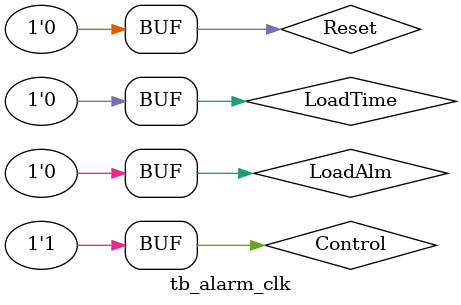
<source format=v>
`timescale 100us/1us

module tb_alarm_clk();

wire AM_PM, Alarm;
wire[5:0] Secs_C, Mins_C;
wire[3:0] Hours_C;

wire Clock_1Sec, Clock_1MSec, Clock_5k; 
reg Reset, LoadAlm, Set_AM_PM, Alarm_AM_PM_In, AlarmEnable;
reg[5:0] SetSecs, SetMins, AlarmMinsIn;
reg[3:0] SetHours, AlarmHoursIn;
reg Control, LoadTime;

//clock generator? alarm clock instantiation
clock_gen clkgen(Clock_5K, Clock_1Sec, Clock_1MSec);

alarm_clk alarmclk(Clock_1Sec, Reset, LoadTime, LoadAlm, AlarmEnable, 
		Set_AM_PM, Alarm_AM_PM_In,
		SetSecs, SetMins, AlarmMinsIn, SetHours, AlarmHoursIn,
		AM_PM, Alarm, Secs_C, Mins_C, Hours_C, Control);
initial 
begin//??? ??
			Control=1; LoadTime=0; Reset=0; LoadAlm=0;

end
endmodule

</source>
